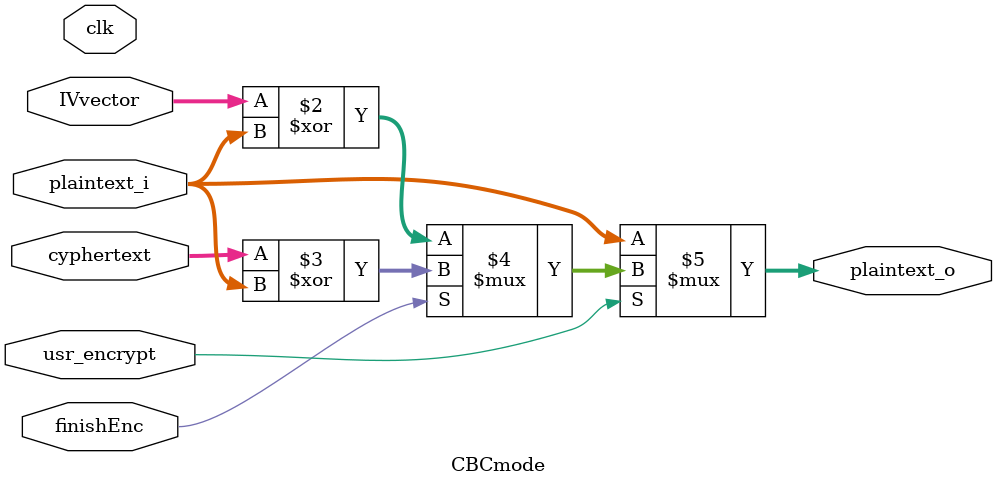
<source format=v>
`timescale 1ns / 1ps

module CBCmode(
    input [127:0] IVvector,
    input [127:0] plaintext_i,
    input [127:0] cyphertext,
    input finishEnc, clk,
    input usr_encrypt,
    output [127:0] plaintext_o
    );
    
    assign plaintext_o = (usr_encrypt) ? ((finishEnc==0) ? IVvector^plaintext_i : cyphertext^plaintext_i) 
                                       : plaintext_i;
    
    
    
endmodule

</source>
